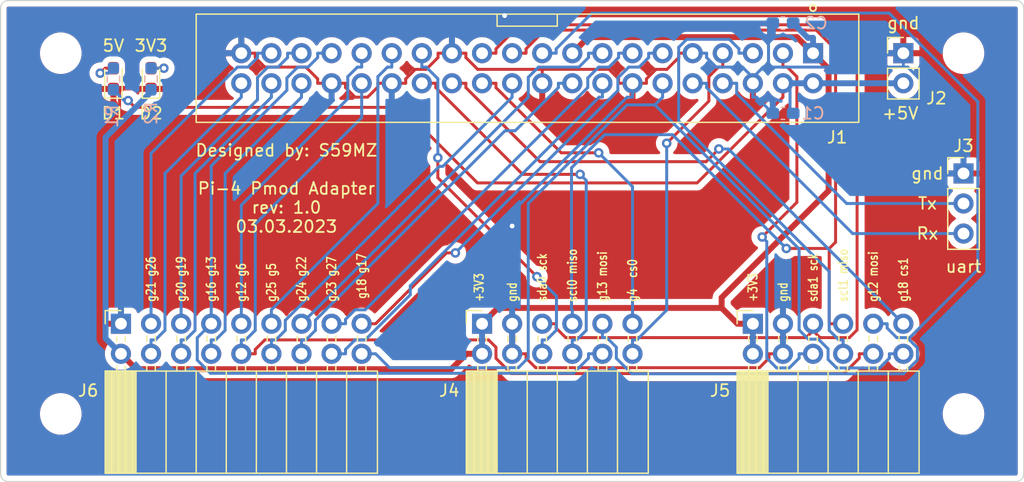
<source format=kicad_pcb>
(kicad_pcb (version 20221018) (generator pcbnew)
  (title_block (title "Pi-4 PMOD Adapter") (date "2023-03-03") (rev "1.0") (company "S59MZ") (comment 1 "Raspbery Pi-4 Adapter for Pmod modules"))
  (layers (0 "F.Cu" signal) (31 "B.Cu" signal) (34 "B.Paste" user) (35 "F.Paste" user) (36 "B.SilkS" user "B.Silkscreen") (37 "F.SilkS" user "F.Silkscreen") (38 "B.Mask" user) (39 "F.Mask" user) (44 "Edge.Cuts" user))
  (net 0 "")
  (net 1 "+5V")
  (net 2 "GND")
  (net 3 "+3V3")
  (net 4 "Net-(D1-Pad2)")
  (net 5 "Net-(D2-Pad2)")
  (net 6 "/sda1")
  (net 7 "/scl1")
  (net 8 "/gpio4")
  (net 9 "/uart_tx")
  (net 10 "/uart_rx")
  (net 11 "/gpio17")
  (net 12 "/gpio18")
  (net 13 "/gpio27")
  (net 14 "/gpio22")
  (net 15 "/gpio23")
  (net 16 "/gpio24")
  (net 17 "/mosi")
  (net 18 "/miso")
  (net 19 "/gpio25")
  (net 20 "/sck")
  (net 21 "/cs0")
  (net 22 "/cs1")
  (net 23 "/sda0")
  (net 24 "/scl0")
  (net 25 "/gpio5")
  (net 26 "/gpio6")
  (net 27 "/gpio12")
  (net 28 "/gpio13")
  (net 29 "/gpio19")
  (net 30 "/gpio16")
  (net 31 "/gpio26")
  (net 32 "/gpio20")
  (net 33 "/gpio21")
  (footprint "Connector_PinSocket_2.54mm:PinSocket_2x06_P2.54mm_Horizontal" (layer "F.Cu") (at 137.16 68.58 90)
    (fp_text reference "J4")
    (fp_text value "pmod 1")
  )
  (footprint "Connector_PinSocket_2.54mm:PinSocket_2x06_P2.54mm_Horizontal" (layer "F.Cu") (at 160.02 68.58 90)
    (fp_text reference "J5")
    (fp_text value "pmod 2")
  )
  (footprint "Library:PinHeader_2x20_P2.54mm_Vertical" (layer "F.Cu") (at 165.1 45.72 -90)
    (fp_text reference "J1")
    (fp_text value "Pi-4 IO Extension")
  )
  (footprint "LED_SMD:LED_0603_1608Metric_Pad1.05x0.95mm_HandSolder" (layer "F.Cu") (at 109.22 47.865 90)
    (fp_text reference "D2")
    (fp_text value "green")
  )
  (footprint "Connector_PinSocket_2.54mm:PinSocket_2x09_P2.54mm_Horizontal" (layer "F.Cu") (at 106.68 68.58 90)
    (fp_text reference "J6")
    (fp_text value "camera")
  )
  (footprint "Connector_PinHeader_2.54mm:PinHeader_1x02_P2.54mm_Vertical" (layer "F.Cu") (at 172.72 45.72)
    (fp_text reference "J2")
    (fp_text value "5V")
  )
  (footprint "MountingHole:MountingHole_2.5mm" (layer "F.Cu") (at 101.6 45.72)
    (fp_text reference "H1" hide)
    (fp_text value "2.5")
  )
  (footprint "MountingHole:MountingHole_2.5mm" (layer "F.Cu") (at 177.8 45.72)
    (fp_text reference "H2" hide)
    (fp_text value "2.5")
  )
  (footprint "MountingHole:MountingHole_2.5mm" (layer "F.Cu") (at 177.8 76.2)
    (fp_text reference "H3" hide)
    (fp_text value "2.5")
  )
  (footprint "LED_SMD:LED_0603_1608Metric_Pad1.05x0.95mm_HandSolder" (layer "F.Cu") (at 106.045 47.865 90)
    (fp_text reference "D1")
    (fp_text value "red")
  )
  (footprint "MountingHole:MountingHole_2.5mm" (layer "F.Cu") (at 101.6 76.2)
    (fp_text reference "H4" hide)
    (fp_text value "2.5")
  )
  (footprint "Connector_PinHeader_2.54mm:PinHeader_1x03_P2.54mm_Vertical" (layer "F.Cu") (at 177.8 55.88)
    (fp_text reference "J3")
    (fp_text value "uart")
  )
  (footprint "Resistor_SMD:R_0603_1608Metric_Pad0.98x0.95mm_HandSolder" (layer "B.Cu") (at 106.045 47.9025 90)
    (fp_text reference "R1")
    (fp_text value "470E")
  )
  (footprint "Capacitor_SMD:C_0603_1608Metric_Pad1.08x0.95mm_HandSolder" (layer "B.Cu") (at 162.56 50.8 180)
    (fp_text reference "C1")
    (fp_text value "100n")
  )
  (footprint "Capacitor_SMD:C_0603_1608Metric_Pad1.08x0.95mm_HandSolder" (layer "B.Cu") (at 162.56 43.18 180)
    (fp_text reference "C2")
    (fp_text value "100n")
  )
  (footprint "Resistor_SMD:R_0603_1608Metric_Pad0.98x0.95mm_HandSolder" (layer "B.Cu") (at 109.22 47.9025 90)
    (fp_text reference "R2")
    (fp_text value "330E")
  )
  (gr_circle (center 165.1 41.91) (end 165.1 41.656) (stroke (width 0.15)) (fill none) (layer "F.SilkS"))
  (gr_arc (start 182.245 41.275) (mid 182.694013 41.460987) (end 182.88 41.91) (stroke (width 0.1)) (layer "Edge.Cuts"))
  (gr_arc (start 96.52 41.91) (mid 96.705987 41.460987) (end 97.155 41.275) (stroke (width 0.1)) (layer "Edge.Cuts"))
  (gr_line (start 97.155 81.915) (end 182.245 81.915) (stroke (width 0.1)) (layer "Edge.Cuts"))
  (gr_arc (start 97.155 81.915) (mid 96.705987 81.729013) (end 96.52 81.28) (stroke (width 0.1)) (layer "Edge.Cuts"))
  (gr_arc (start 182.88 81.28) (mid 182.694013 81.729013) (end 182.245 81.915) (stroke (width 0.1)) (layer "Edge.Cuts"))
  (gr_line (start 182.88 81.28) (end 182.88 41.91) (stroke (width 0.1)) (layer "Edge.Cuts"))
  (gr_line (start 182.245 41.275) (end 97.155 41.275) (stroke (width 0.1)) (layer "Edge.Cuts"))
  (gr_line (start 96.52 81.28) (end 96.52 41.91) (stroke (width 0.1)) (layer "Edge.Cuts"))
  (gr_text "g21 g26" (at 109.22 66.802 90) (layer "F.SilkS") (effects (font (size 0.75 0.6) (thickness 0.125)) (justify left)))
  (gr_text "g18 cs1" (at 172.72 66.802 90) (layer "F.SilkS") (effects (font (size 0.75 0.6) (thickness 0.125)) (justify left)))
  (gr_text "+3V3" (at 136.906 66.802 90) (layer "F.SilkS") (effects (font (size 0.75 0.6) (thickness 0.125)) (justify left)))
  (gr_text "scl0 miso" (at 144.78 66.802 90) (layer "F.SilkS") (effects (font (size 0.75 0.6) (thickness 0.125)) (justify left)))
  (gr_text "g12 g6" (at 116.84 66.802 90) (layer "F.SilkS") (effects (font (size 0.75 0.6) (thickness 0.125)) (justify left)))
  (gr_text "Designed by: S59MZ\n\nPi-4 Pmod Adapter\nrev: 1.0\n03.03.2023" (at 120.65 57.15) (layer "F.SilkS") (effects (font (size 1 1))))
  (gr_text "g18 g17" (at 127 66.548 90) (layer "F.SilkS") (effects (font (size 0.75 0.6) (thickness 0.125)) (justify left)))
  (gr_text "sda0 sck" (at 142.24 66.802 90) (layer "F.SilkS") (effects (font (size 0.75 0.6) (thickness 0.125)) (justify left)))
  (gr_text "g20 g19" (at 111.76 66.802 90) (layer "F.SilkS") (effects (font (size 0.75 0.6) (thickness 0.125)) (justify left)))
  (gr_text "+3V3" (at 160.02 66.802 90) (layer "F.SilkS") (effects (font (size 0.75 0.6) (thickness 0.125)) (justify left)))
  (gr_text "sda1 sck" (at 165.1 66.802 90) (layer "F.SilkS") (effects (font (size 0.75 0.6) (thickness 0.125)) (justify left)))
  (gr_text "g16 g13" (at 114.3 66.802 90) (layer "F.SilkS") (effects (font (size 0.75 0.6) (thickness 0.125)) (justify left)))
  (gr_text "g25 g5" (at 119.38 66.802 90) (layer "F.SilkS") (effects (font (size 0.75 0.6) (thickness 0.125)) (justify left)))
  (gr_text "g13 mosi" (at 147.32 66.802 90) (layer "F.SilkS") (effects (font (size 0.75 0.6) (thickness 0.125)) (justify left)))
  (gr_text "gnd" (at 139.7 66.802 90) (layer "F.SilkS") (effects (font (size 0.75 0.6) (thickness 0.125)) (justify left)))
  (gr_text "g23 g27" (at 124.46 66.802 90) (layer "F.SilkS") (effects (font (size 0.75 0.6) (thickness 0.125)) (justify left)))
  (gr_text "gnd" (at 162.56 66.802 90) (layer "F.SilkS") (effects (font (size 0.75 0.6) (thickness 0.125)) (justify left)))
  (gr_text "g4  cs0" (at 149.86 66.802 90) (layer "F.SilkS") (effects (font (size 0.75 0.6) (thickness 0.125)) (justify left)))
  (gr_text "scl1 miso" (at 167.64 66.802 90) (layer "F.SilkS") (effects (font (size 0.75 0.6) (thickness 0.125)) (justify left)))
  (gr_text "g24 g22" (at 121.92 66.802 90) (layer "F.SilkS") (effects (font (size 0.75 0.6) (thickness 0.125)) (justify left)))
  (gr_text "g12 mosi" (at 170.18 66.802 90) (layer "F.SilkS") (effects (font (size 0.75 0.6) (thickness 0.125)) (justify left)))
  (segment (start 107.2886 49.7224) (end 107.8624 50.2962) (width 0.25) (layer "F.Cu") (net 1))
  (segment (start 136.7737 56.6818) (end 155.3135 56.6818) (width 0.25) (layer "F.Cu") (net 1))
  (segment (start 107.8624 50.2962) (end 130.3881 50.2962) (width 0.25) (layer "F.Cu") (net 1))
  (segment (start 162.56 48.26) (end 162.56 49.4353) (width 0.25) (layer "F.Cu") (net 1))
  (segment (start 130.3881 50.2962) (end 136.7737 56.6818) (width 0.25) (layer "F.Cu") (net 1))
  (segment (start 155.3135 56.6818) (end 162.56 49.4353) (width 0.25) (layer "F.Cu") (net 1))
  (via (at 107.2886 49.7224) (size 0.8) (drill 0.4) (layers "F.Cu" "B.Cu") (net 1))
  (segment (start 106.9524 49.7224) (end 106.045 48.815) (width 0.25) (layer "B.Cu") (net 1))
  (segment (start 165.1 48.26) (end 163.158 48.26) (width 0.5) (layer "B.Cu") (net 1))
  (segment (start 172.72 48.26) (end 165.1 48.26) (width 0.5) (layer "B.Cu") (net 1))
  (segment (start 107.2886 49.7224) (end 106.9524 49.7224) (width 0.25) (layer "B.Cu") (net 1))
  (segment (start 163.158 48.26) (end 163.158 50.5355) (width 0.25) (layer "B.Cu") (net 1))
  (segment (start 163.158 50.5355) (end 163.4225 50.8) (width 0.25) (layer "B.Cu") (net 1))
  (segment (start 163.158 48.26) (end 162.56 48.26) (width 0.5) (layer "B.Cu") (net 1))
  (segment (start 130.7153 48.26) (end 130.7153 47.8926) (width 0.25) (layer "F.Cu") (net 2))
  (segment (start 128.3647 48.26) (end 128.3647 48.5701) (width 0.25) (layer "F.Cu") (net 2))
  (segment (start 125.6353 48.6274) (end 125.6353 48.26) (width 0.25) (layer "F.Cu") (net 2))
  (segment (start 149.86 48.26) (end 151.0353 48.26) (width 0.25) (layer "F.Cu") (net 2))
  (segment (start 152.7674 47.0847) (end 151.8432 47.0847) (width 0.25) (layer "F.Cu") (net 2))
  (segment (start 129.54 48.26) (end 130.7153 48.26) (width 0.25) (layer "F.Cu") (net 2))
  (segment (start 161.3847 71.4874) (end 161.3847 71.12) (width 0.25) (layer "F.Cu") (net 2))
  (segment (start 109.22 48.74) (end 106.5633 48.74) (width 0.25) (layer "F.Cu") (net 2))
  (segment (start 139.7 71.12) (end 140.8753 71.12) (width 0.25) (layer "F.Cu") (net 2))
  (segment (start 142.24 48.26) (end 142.24 47.1973) (width 0.25) (layer "F.Cu") (net 2))
  (segment (start 140.8753 71.4873) (end 141.6833 72.2953) (width 0.25) (layer "F.Cu") (net 2))
  (segment (start 115.6647 45.72) (end 112.6447 48.74) (width 0.25) (layer "F.Cu") (net 2))
  (segment (start 112.6447 48.74) (end 109.22 48.74) (width 0.25) (layer "F.Cu") (net 2))
  (segment (start 148.6847 47.8926) (end 148.6847 48.26) (width 0.25) (layer "F.Cu") (net 2))
  (segment (start 123.2847 47.8926) (end 122.2874 46.8953) (width 0.25) (layer "F.Cu") (net 2))
  (segment (start 133.4447 46.0874) (end 133.4447 45.72) (width 0.25) (layer "F.Cu") (net 2))
  (segment (start 162.56 71.12) (end 161.3847 71.12) (width 0.25) (layer "F.Cu") (net 2))
  (segment (start 106.5633 48.74) (end 106.5633 67.288) (width 0.25) (layer "F.Cu") (net 2))
  (segment (start 131.5232 47.0847) (end 132.4474 47.0847) (width 0.25) (layer "F.Cu") (net 2))
  (segment (start 160.5768 72.2953) (end 161.3847 71.4874) (width 0.25) (layer "F.Cu") (net 2))
  (segment (start 106.5633 48.74) (end 106.045 48.74) (width 0.25) (layer "F.Cu") (net 2))
  (segment (start 124.46 48.26) (end 123.2847 48.26) (width 0.25) (layer "F.Cu") (net 2))
  (segment (start 136.7927 47.0847) (end 135.7953 46.0873) (width 0.25) (layer "F.Cu") (net 2))
  (segment (start 149.86 48.26) (end 148.6847 48.26) (width 0.25) (layer "F.Cu") (net 2))
  (segment (start 141.6833 72.2953) (end 160.5768 72.2953) (width 0.25) (layer "F.Cu") (net 2))
  (segment (start 134.62 45.72) (end 135.7953 45.72) (width 0.25) (layer "F.Cu") (net 2))
  (segment (start 135.7953 46.0873) (end 135.7953 45.72) (width 0.25) (layer "F.Cu") (net 2))
  (segment (start 116.84 45.72) (end 115.6647 45.72) (width 0.25) (layer "F.Cu") (net 2))
  (segment (start 151.0353 47.8926) (end 151.0353 48.26) (width 0.25) (layer "F.Cu") (net 2))
  (segment (start 106.5633 67.288) (end 106.68 67.4047) (width 0.25) (layer "F.Cu") (net 2))
  (segment (start 126.4432 49.4353) (end 125.6353 48.6274) (width 0.25) (layer "F.Cu") (net 2))
  (segment (start 140.8753 71.12) (end 140.8753 71.4873) (width 0.25) (layer "F.Cu") (net 2))
  (segment (start 118.0153 46.0874) (end 118.0153 45.72) (width 0.25) (layer "F.Cu") (net 2))
  (segment (start 132.4474 47.0847) (end 133.4447 46.0874) (width 0.25) (layer "F.Cu") (net 2))
  (segment (start 122.2874 46.8953) (end 118.8232 46.8953) (width 0.25) (layer "F.Cu") (net 2))
  (segment (start 154.94 45.72) (end 153.7647 45.72) (width 0.25) (layer "F.Cu") (net 2))
  (segment (start 118.8232 46.8953) (end 118.0153 46.0874) (width 0.25) (layer "F.Cu") (net 2))
  (segment (start 142.24 47.1973) (end 142.24 47.0847) (width 0.25) (layer "F.Cu") (net 2))
  (segment (start 127.4995 49.4353) (end 126.4432 49.4353) (width 0.25) (layer "F.Cu") (net 2))
  (segment (start 153.7647 45.72) (end 153.7647 46.0874) (width 0.25) (layer "F.Cu") (net 2))
  (segment (start 142.24 47.0847) (end 147.8768 47.0847) (width 0.25) (layer "F.Cu") (net 2))
  (segment (start 153.7647 46.0874) (end 152.7674 47.0847) (width 0.25) (layer "F.Cu") (net 2))
  (segment (start 134.62 45.72) (end 133.4447 45.72) (width 0.25) (layer "F.Cu") (net 2))
  (segment (start 123.2847 48.26) (end 123.2847 47.8926) (width 0.25) (layer "F.Cu") (net 2))
  (segment (start 147.8768 47.0847) (end 148.6847 47.8926) (width 0.25) (layer "F.Cu") (net 2))
  (segment (start 128.9524 48.26) (end 128.3647 48.26) (width 0.25) (layer "F.Cu") (net 2))
  (segment (start 128.3647 48.5701) (end 127.4995 49.4353) (width 0.25) (layer "F.Cu") (net 2))
  (segment (start 124.46 48.26) (end 125.6353 48.26) (width 0.25) (layer "F.Cu") (net 2))
  (segment (start 116.84 45.72) (end 118.0153 45.72) (width 0.25) (layer "F.Cu") (net 2))
  (segment (start 129.54 48.26) (end 128.9524 48.26) (width 0.25) (layer "F.Cu") (net 2))
  (segment (start 106.68 68.58) (end 106.68 67.4047) (width 0.25) (layer "F.Cu") (net 2))
  (segment (start 151.8432 47.0847) (end 151.0353 47.8926) (width 0.25) (layer "F.Cu") (net 2))
  (segment (start 142.24 47.0847) (end 136.7927 47.0847) (width 0.25) (layer "F.Cu") (net 2))
  (segment (start 130.7153 47.8926) (end 131.5232 47.0847) (width 0.25) (layer "F.Cu") (net 2))
  (via (at 139.065 42.545) (size 0.8) (drill 0.4) (layers "F.Cu" "B.Cu") (net 2))
  (via (at 139.7 60.325) (size 0.8) (drill 0.4) (layers "F.Cu" "B.Cu") (net 2))
  (segment (start 159.1428 46.8953) (end 156.9232 46.8953) (width 0.25) (layer "B.Cu") (net 2))
  (segment (start 156.1153 46.0874) (end 156.1153 45.72) (width 0.25) (layer "B.Cu") (net 2))
  (segment (start 161.6975 50.8) (end 160.3328 49.4353) (width 0.25) (layer "B.Cu") (net 2))
  (segment (start 160.02 48.26) (end 160.02 47.7725) (width 0.25) (layer "B.Cu") (net 2))
  (segment (start 173.0873 46.8953) (end 172.72 46.8953) (width 0.25) (layer "B.Cu") (net 2))
  (segment (start 160.8972 46.8953) (end 161.3409 46.8953) (width 0.25) (layer "B.Cu") (net 2))
  (segment (start 160.02 47.7725) (end 159.1428 46.8953) (width 0.25) (layer "B.Cu") (net 2))
  (segment (start 161.3409 46.8953) (end 172.72 46.8953) (width 0.25) (layer "B.Cu") (net 2))
  (segment (start 139.7 59.1413) (end 139.7 60.325) (width 0.25) (layer "B.Cu") (net 2))
  (segment (start 149.406 49.4353) (end 139.7 59.1413) (width 0.25) (layer "B.Cu") (net 2))
  (segment (start 161.3409 43.5366) (end 161.6975 43.18) (width 0.25) (layer "B.Cu") (net 2))
  (segment (start 161.3409 46.8953) (end 161.3409 43.5366) (width 0.25) (layer "B.Cu") (net 2))
  (segment (start 139.7 71.12) (end 139.7 68.58) (width 0.25) (layer "B.Cu") (net 2))
  (segment (start 149.86 48.26) (end 149.86 49.4353) (width 0.25) (layer "B.Cu") (net 2))
  (segment (start 160.3328 49.4353) (end 160.02 49.4353) (width 0.25) (layer "B.Cu") (net 2))
  (segment (start 177.8 51.608) (end 173.0873 46.8953) (width 0.25) (layer "B.Cu") (net 2))
  (segment (start 139.7 60.325) (end 139.7 68.58) (width 0.25) (layer "B.Cu") (net 2))
  (segment (start 177.8 55.88) (end 177.8 51.608) (width 0.25) (layer "B.Cu") (net 2))
  (segment (start 156.9232 46.8953) (end 156.1153 46.0874) (width 0.25) (layer "B.Cu") (net 2))
  (segment (start 149.86 49.4353) (end 149.406 49.4353) (width 0.25) (layer "B.Cu") (net 2))
  (segment (start 154.94 45.72) (end 156.1153 45.72) (width 0.25) (layer "B.Cu") (net 2))
  (segment (start 160.02 48.26) (end 160.02 49.4353) (width 0.25) (layer "B.Cu") (net 2))
  (segment (start 172.72 45.72) (end 172.72 46.8953) (width 0.25) (layer "B.Cu") (net 2))
  (segment (start 160.02 47.7725) (end 160.8972 46.8953) (width 0.25) (layer "B.Cu") (net 2))
  (segment (start 162.56 71.12) (end 162.56 68.58) (width 0.25) (layer "B.Cu") (net 2))
  (segment (start 137.16 71.12) (end 135.8597 71.12) (width 0.5) (layer "F.Cu") (net 3))
  (segment (start 157.3861 67.2464) (end 138.4936 67.2464) (width 0.5) (layer "F.Cu") (net 3))
  (segment (start 146.1371 44.3629) (end 163.7429 44.3629) (width 0.5) (layer "F.Cu") (net 3))
  (segment (start 166.4138 47.0338) (end 166.4138 57.3413) (width 0.5) (layer "F.Cu") (net 3))
  (segment (start 138.4936 67.2464) (end 137.16 68.58) (width 0.5) (layer "F.Cu") (net 3))
  (segment (start 160.02 68.58) (end 158.7197 68.58) (width 0.5) (layer "F.Cu") (net 3))
  (segment (start 107.9803 72.4203) (end 134.5594 72.4203) (width 0.5) (layer "F.Cu") (net 3))
  (segment (start 157.3861 66.369) (end 157.3861 67.2464) (width 0.5) (layer "F.Cu") (net 3))
  (segment (start 165.1 45.72) (end 166.4138 47.0338) (width 0.5) (layer "F.Cu") (net 3))
  (segment (start 166.4138 57.3413) (end 157.3861 66.369) (width 0.5) (layer "F.Cu") (net 3))
  (segment (start 134.5594 72.4203) (end 135.8597 71.12) (width 0.5) (layer "F.Cu") (net 3))
  (segment (start 106.68 71.12) (end 107.9803 72.4203) (width 0.5) (layer "F.Cu") (net 3))
  (segment (start 144.78 45.72) (end 146.1371 44.3629) (width 0.5) (layer "F.Cu") (net 3))
  (segment (start 163.7429 44.3629) (end 165.1 45.72) (width 0.5) (layer "F.Cu") (net 3))
  (segment (start 158.7197 68.58) (end 157.3861 67.2464) (width 0.5) (layer "F.Cu") (net 3))
  (segment (start 160.02 71.12) (end 160.02 68.58) (width 0.5) (layer "B.Cu") (net 3))
  (segment (start 164.6622 44.4197) (end 163.4225 43.18) (width 0.5) (layer "B.Cu") (net 3))
  (segment (start 165.1 44.4197) (end 164.6622 44.4197) (width 0.5) (layer "B.Cu") (net 3))
  (segment (start 137.16 71.12) (end 137.16 68.58) (width 0.5) (layer "B.Cu") (net 3))
  (segment (start 106.68 71.12) (end 105.3796 69.8196) (width 0.5) (layer "B.Cu") (net 3))
  (segment (start 105.3796 52.834) (end 109.22 48.9936) (width 0.5) (layer "B.Cu") (net 3))
  (segment (start 105.3796 69.8196) (end 105.3796 52.834) (width 0.5) (layer "B.Cu") (net 3))
  (segment (start 165.1 45.72) (end 165.1 44.4197) (width 0.5) (layer "B.Cu") (net 3))
  (segment (start 109.22 48.9936) (end 109.22 48.815) (width 0.5) (layer "B.Cu") (net 3))
  (segment (start 106.045 46.99) (end 105.3481 46.99) (width 0.25) (layer "F.Cu") (net 4))
  (segment (start 105.3481 46.99) (end 104.9292 47.4089) (width 0.25) (layer "F.Cu") (net 4))
  (via (at 104.9292 47.4089) (size 0.8) (drill 0.4) (layers "F.Cu" "B.Cu") (net 4))
  (segment (start 104.9292 47.4089) (end 105.6261 47.4089) (width 0.25) (layer "B.Cu") (net 4))
  (segment (start 105.6261 47.4089) (end 106.045 46.99) (width 0.25) (layer "B.Cu") (net 4))
  (segment (start 109.22 46.99) (end 110.3024 46.99) (width 0.25) (layer "F.Cu") (net 5))
  (via (at 110.3024 46.99) (size 0.8) (drill 0.4) (layers "F.Cu" "B.Cu") (net 5))
  (segment (start 109.22 46.99) (end 110.3024 46.99) (width 0.25) (layer "B.Cu") (net 5))
  (segment (start 160.8056 61.2496) (end 163.7353 58.3199) (width 0.25) (layer "F.Cu") (net 6))
  (segment (start 163.7353 47.7032) (end 162.9274 46.8953) (width 0.25) (layer "F.Cu") (net 6))
  (segment (start 163.7353 58.3199) (end 163.7353 47.7032) (width 0.25) (layer "F.Cu") (net 6))
  (segment (start 162.56 45.72) (end 162.56 46.8953) (width 0.25) (layer "F.Cu") (net 6))
  (segment (start 162.9274 46.8953) (end 162.56 46.8953) (width 0.25) (layer "F.Cu") (net 6))
  (via (at 160.8056 61.2496) (size 0.8) (drill 0.4) (layers "F.Cu" "B.Cu") (net 6))
  (segment (start 165.1 71.12) (end 163.9247 71.12) (width 0.25) (layer "B.Cu") (net 6))
  (segment (start 163.099 72.313) (end 162.0233 72.313) (width 0.25) (layer "B.Cu") (net 6))
  (segment (start 163.9247 71.12) (end 163.9247 71.4873) (width 0.25) (layer "B.Cu") (net 6))
  (segment (start 161.1954 61.6394) (end 160.8056 61.2496) (width 0.25) (layer "B.Cu") (net 6))
  (segment (start 162.0233 72.313) (end 161.1954 71.4851) (width 0.25) (layer "B.Cu") (net 6))
  (segment (start 163.9247 71.4873) (end 163.099 72.313) (width 0.25) (layer "B.Cu") (net 6))
  (segment (start 161.1954 71.4851) (end 161.1954 61.6394) (width 0.25) (layer "B.Cu") (net 6))
  (segment (start 154.4365 44.5447) (end 158.0368 44.5447) (width 0.25) (layer "B.Cu") (net 7))
  (segment (start 153.7565 45.2247) (end 154.4365 44.5447) (width 0.25) (layer "B.Cu") (net 7))
  (segment (start 158.8447 45.3526) (end 158.8447 45.72) (width 0.25) (layer "B.Cu") (net 7))
  (segment (start 166.4647 64.1641) (end 153.7565 51.4559) (width 0.25) (layer "B.Cu") (net 7))
  (segment (start 166.4647 69.1368) (end 166.4647 64.1641) (width 0.25) (layer "B.Cu") (net 7))
  (segment (start 167.2726 69.9447) (end 166.4647 69.1368) (width 0.25) (layer "B.Cu") (net 7))
  (segment (start 167.64 71.12) (end 167.64 69.9447) (width 0.25) (layer "B.Cu") (net 7))
  (segment (start 167.64 69.9447) (end 167.2726 69.9447) (width 0.25) (layer "B.Cu") (net 7))
  (segment (start 158.0368 44.5447) (end 158.8447 45.3526) (width 0.25) (layer "B.Cu") (net 7))
  (segment (start 153.7565 51.4559) (end 153.7565 45.2247) (width 0.25) (layer "B.Cu") (net 7))
  (segment (start 160.02 45.72) (end 158.8447 45.72) (width 0.25) (layer "B.Cu") (net 7))
  (segment (start 156.3047 49.772) (end 156.3047 47.7032) (width 0.25) (layer "F.Cu") (net 8))
  (segment (start 156.3047 47.7032) (end 157.1126 46.8953) (width 0.25) (layer "F.Cu") (net 8))
  (segment (start 157.48 45.72) (end 157.48 46.8953) (width 0.25) (layer "F.Cu") (net 8))
  (segment (start 152.7448 53.3319) (end 156.3047 49.772) (width 0.25) (layer "F.Cu") (net 8))
  (segment (start 157.1126 46.8953) (end 157.48 46.8953) (width 0.25) (layer "F.Cu") (net 8))
  (via (at 152.7448 53.3319) (size 0.8) (drill 0.4) (layers "F.Cu" "B.Cu") (net 8))
  (segment (start 150.2273 69.9447) (end 152.7448 67.4272) (width 0.25) (layer "B.Cu") (net 8))
  (segment (start 149.86 71.12) (end 149.86 69.9447) (width 0.25) (layer "B.Cu") (net 8))
  (segment (start 152.7448 67.4272) (end 152.7448 53.3319) (width 0.25) (layer "B.Cu") (net 8))
  (segment (start 149.86 69.9447) (end 150.2273 69.9447) (width 0.25) (layer "B.Cu") (net 8))
  (segment (start 157.48 48.26) (end 158.6553 48.26) (width 0.25) (layer "B.Cu") (net 9))
  (segment (start 158.6553 49.1415) (end 158.6553 48.26) (width 0.25) (layer "B.Cu") (net 9))
  (segment (start 177.8 58.42) (end 167.9338 58.42) (width 0.25) (layer "B.Cu") (net 9))
  (segment (start 167.9338 58.42) (end 158.6553 49.1415) (width 0.25) (layer "B.Cu") (net 9))
  (segment (start 156.1153 48.6273) (end 156.1153 48.26) (width 0.25) (layer "B.Cu") (net 10))
  (segment (start 154.94 48.26) (end 156.1153 48.26) (width 0.25) (layer "B.Cu") (net 10))
  (segment (start 168.448 60.96) (end 156.1153 48.6273) (width 0.25) (layer "B.Cu") (net 10))
  (segment (start 177.8 60.96) (end 168.448 60.96) (width 0.25) (layer "B.Cu") (net 10))
  (segment (start 134.1611 62.5942) (end 134.9092 62.5942) (width 0.25) (layer "F.Cu") (net 11))
  (segment (start 128.1753 68.58) (end 134.1611 62.5942) (width 0.25) (layer "F.Cu") (net 11))
  (segment (start 127 68.58) (end 128.1753 68.58) (width 0.25) (layer "F.Cu") (net 11))
  (via (at 134.9092 62.5942) (size 0.8) (drill 0.4) (layers "F.Cu" "B.Cu") (net 11))
  (segment (start 152.4 45.72) (end 151.2247 45.72) (width 0.25) (layer "B.Cu") (net 11))
  (segment (start 151.2247 46.0874) (end 151.2247 45.72) (width 0.25) (layer "B.Cu") (net 11))
  (segment (start 148.6234 48.88) (end 148.6234 47.8124) (width 0.25) (layer "B.Cu") (net 11))
  (segment (start 148.6234 47.8124) (end 149.5405 46.8953) (width 0.25) (layer "B.Cu") (net 11))
  (segment (start 150.4168 46.8953) (end 151.2247 46.0874) (width 0.25) (layer "B.Cu") (net 11))
  (segment (start 149.5405 46.8953) (end 150.4168 46.8953) (width 0.25) (layer "B.Cu") (net 11))
  (segment (start 134.9092 62.5942) (end 148.6234 48.88) (width 0.25) (layer "B.Cu") (net 11))
  (segment (start 170.7139 72.3161) (end 171.5447 71.4853) (width 0.25) (layer "B.Cu") (net 12))
  (segment (start 165.5476 69.8834) (end 166.37 70.7058) (width 0.25) (layer "B.Cu") (net 12))
  (segment (start 141.0603 58.4179) (end 141.0603 71.4623) (width 0.25) (layer "B.Cu") (net 12))
  (segment (start 149.3925 50.0857) (end 141.0603 58.4179) (width 0.25) (layer "B.Cu") (net 12))
  (segment (start 151.7494 50.0857) (end 149.3925 50.0857) (width 0.25) (layer "B.Cu") (net 12))
  (segment (start 141.0603 71.4623) (end 140.2273 72.2953) (width 0.25) (layer "B.Cu") (net 12))
  (segment (start 127 71.12) (end 128.1753 71.12) (width 0.25) (layer "B.Cu") (net 12))
  (segment (start 164.7024 69.8834) (end 165.5476 69.8834) (width 0.25) (layer "B.Cu") (net 12))
  (segment (start 171.5447 71.4853) (end 171.5447 71.12) (width 0.25) (layer "B.Cu") (net 12))
  (segment (start 140.2273 72.2953) (end 129.3506 72.2953) (width 0.25) (layer "B.Cu") (net 12))
  (segment (start 152.4 49.4351) (end 151.7494 50.0857) (width 0.25) (layer "B.Cu") (net 12))
  (segment (start 166.37 71.6) (end 167.0861 72.3161) (width 0.25) (layer "B.Cu") (net 12))
  (segment (start 163.9246 69.1056) (end 164.7024 69.8834) (width 0.25) (layer "B.Cu") (net 12))
  (segment (start 152.4 48.26) (end 152.4 49.4351) (width 0.25) (layer "B.Cu") (net 12))
  (segment (start 163.9246 62.2609) (end 163.9246 69.1056) (width 0.25) (layer "B.Cu") (net 12))
  (segment (start 172.72 71.12) (end 171.5447 71.12) (width 0.25) (layer "B.Cu") (net 12))
  (segment (start 166.37 70.7058) (end 166.37 71.6) (width 0.25) (layer "B.Cu") (net 12))
  (segment (start 167.0861 72.3161) (end 170.7139 72.3161) (width 0.25) (layer "B.Cu") (net 12))
  (segment (start 151.7494 50.0857) (end 163.9246 62.2609) (width 0.25) (layer "B.Cu") (net 12))
  (segment (start 129.3506 72.2953) (end 128.1753 71.12) (width 0.25) (layer "B.Cu") (net 12))
  (segment (start 125.6353 68.58) (end 125.6353 68.2126) (width 0.25) (layer "B.Cu") (net 13))
  (segment (start 148.6847 46.0874) (end 148.6847 45.72) (width 0.25) (layer "B.Cu") (net 13))
  (segment (start 147.8768 46.8953) (end 148.6847 46.0874) (width 0.25) (layer "B.Cu") (net 13))
  (segment (start 146.0834 48.6216) (end 146.0834 47.8124) (width 0.25) (layer "B.Cu") (net 13))
  (segment (start 124.46 68.58) (end 125.6353 68.58) (width 0.25) (layer "B.Cu") (net 13))
  (segment (start 146.0834 47.8124) (end 147.0005 46.8953) (width 0.25) (layer "B.Cu") (net 13))
  (segment (start 127.3003 67.4047) (end 146.0834 48.6216) (width 0.25) (layer "B.Cu") (net 13))
  (segment (start 147.0005 46.8953) (end 147.8768 46.8953) (width 0.25) (layer "B.Cu") (net 13))
  (segment (start 126.4432 67.4047) (end 127.3003 67.4047) (width 0.25) (layer "B.Cu") (net 13))
  (segment (start 125.6353 68.2126) (end 126.4432 67.4047) (width 0.25) (layer "B.Cu") (net 13))
  (segment (start 149.86 45.72) (end 148.6847 45.72) (width 0.25) (layer "B.Cu") (net 13))
  (segment (start 141.0646 49.4354) (end 141.0646 47.7541) (width 0.25) (layer "B.Cu") (net 14))
  (segment (start 147.32 45.72) (end 146.1447 45.72) (width 0.25) (layer "B.Cu") (net 14))
  (segment (start 145.3368 46.8953) (end 146.1447 46.0874) (width 0.25) (layer "B.Cu") (net 14))
  (segment (start 121.92 68.58) (end 141.0646 49.4354) (width 0.25) (layer "B.Cu") (net 14))
  (segment (start 141.0646 47.7541) (end 141.9234 46.8953) (width 0.25) (layer "B.Cu") (net 14))
  (segment (start 141.9234 46.8953) (end 145.3368 46.8953) (width 0.25) (layer "B.Cu") (net 14))
  (segment (start 146.1447 46.0874) (end 146.1447 45.72) (width 0.25) (layer "B.Cu") (net 14))
  (segment (start 126.4432 69.9447) (end 125.6353 70.7526) (width 0.25) (layer "B.Cu") (net 15))
  (segment (start 125.6353 70.7526) (end 125.6353 71.12) (width 0.25) (layer "B.Cu") (net 15))
  (segment (start 127.2976 69.9447) (end 126.4432 69.9447) (width 0.25) (layer "B.Cu") (net 15))
  (segment (start 147.0424 49.4353) (end 131.1024 65.3753) (width 0.25) (layer "B.Cu") (net 15))
  (segment (start 131.1024 66.1399) (end 127.2976 69.9447) (width 0.25) (layer "B.Cu") (net 15))
  (segment (start 147.32 49.4353) (end 147.0424 49.4353) (width 0.25) (layer "B.Cu") (net 15))
  (segment (start 124.46 71.12) (end 125.6353 71.12) (width 0.25) (layer "B.Cu") (net 15))
  (segment (start 131.1024 65.3753) (end 131.1024 66.1399) (width 0.25) (layer "B.Cu") (net 15))
  (segment (start 147.32 48.26) (end 147.32 49.4353) (width 0.25) (layer "B.Cu") (net 15))
  (segment (start 122.2874 69.9447) (end 123.0953 69.1368) (width 0.25) (layer "B.Cu") (net 16))
  (segment (start 139.1003 52.27) (end 139.9621 52.27) (width 0.25) (layer "B.Cu") (net 16))
  (segment (start 144.78 48.26) (end 143.6047 48.26) (width 0.25) (layer "B.Cu") (net 16))
  (segment (start 121.92 71.12) (end 121.92 69.9447) (width 0.25) (layer "B.Cu") (net 16))
  (segment (start 123.0953 68.275) (end 139.1003 52.27) (width 0.25) (layer "B.Cu") (net 16))
  (segment (start 121.92 69.9447) (end 122.2874 69.9447) (width 0.25) (layer "B.Cu") (net 16))
  (segment (start 143.6047 48.6274) (end 143.6047 48.26) (width 0.25) (layer "B.Cu") (net 16))
  (segment (start 123.0953 69.1368) (end 123.0953 68.275) (width 0.25) (layer "B.Cu") (net 16))
  (segment (start 139.9621 52.27) (end 143.6047 48.6274) (width 0.25) (layer "B.Cu") (net 16))
  (segment (start 172.7394 72.8112) (end 149.8055 72.8112) (width 0.25) (layer "B.Cu") (net 17))
  (segment (start 173.1541 69.8633) (end 179.0101 64.0073) (width 0.25) (layer "B.Cu") (net 17))
  (segment (start 143.4153 45.3527) (end 143.4153 45.72) (width 0.25) (layer "B.Cu") (net 17))
  (segment (start 148.4953 70.5632) (end 147.6874 69.7553) (width 0.25) (layer "B.Cu") (net 17))
  (segment (start 179.0101 64.0073) (end 179.0101 49.8218) (width 0.25) (layer "B.Cu") (net 17))
  (segment (start 171.5179 42.3296) (end 146.4384 42.3296) (width 0.25) (layer "B.Cu") (net 17))
  (segment (start 179.0101 49.8218) (end 171.5179 42.3296) (width 0.25) (layer "B.Cu") (net 17))
  (segment (start 173.1541 69.8633) (end 173.9104 70.6197) (width 0.25) (layer "B.Cu") (net 17))
  (segment (start 171.3553 68.58) (end 171.3553 68.9474) (width 0.25) (layer "B.Cu") (net 17))
  (segment (start 149.8055 72.8112) (end 148.4953 71.501) (width 0.25) (layer "B.Cu") (net 17))
  (segment (start 171.3553 68.9474) (end 172.1632 69.7553) (width 0.25) (layer "B.Cu") (net 17))
  (segment (start 173.9104 71.6402) (end 172.7394 72.8112) (width 0.25) (layer "B.Cu") (net 17))
  (segment (start 148.4953 71.501) (end 148.4953 70.5632) (width 0.25) (layer "B.Cu") (net 17))
  (segment (start 173.9104 70.6197) (end 173.9104 71.6402) (width 0.25) (layer "B.Cu") (net 17))
  (segment (start 142.24 45.72) (end 143.4153 45.72) (width 0.25) (layer "B.Cu") (net 17))
  (segment (start 147.6874 69.7553) (end 147.32 69.7553) (width 0.25) (layer "B.Cu") (net 17))
  (segment (start 173.046 69.7553) (end 173.1541 69.8633) (width 0.25) (layer "B.Cu") (net 17))
  (segment (start 146.4384 42.3296) (end 143.4153 45.3527) (width 0.25) (layer "B.Cu") (net 17))
  (segment (start 170.18 68.58) (end 171.3553 68.58) (width 0.25) (layer "B.Cu") (net 17))
  (segment (start 172.1632 69.7553) (end 173.046 69.7553) (width 0.25) (layer "B.Cu") (net 17))
  (segment (start 147.32 68.58) (end 147.32 69.7553) (width 0.25) (layer "B.Cu") (net 17))
  (segment (start 142.4576 43.7703) (end 165.365 43.7703) (width 0.25) (layer "F.Cu") (net 18))
  (segment (start 167.64 68.58) (end 166.4647 68.58) (width 0.25) (layer "F.Cu") (net 18))
  (segment (start 140.8753 45.3526) (end 142.4576 43.7703) (width 0.25) (layer "F.Cu") (net 18))
  (segment (start 165.365 43.7703) (end 167.0023 45.4076) (width 0.25) (layer "F.Cu") (net 18))
  (segment (start 167.0023 45.4076) (end 167.0023 61.6816) (width 0.25) (layer "F.Cu") (net 18))
  (segment (start 167.0023 61.6816) (end 166.4647 62.2192) (width 0.25) (layer "F.Cu") (net 18))
  (segment (start 139.7 45.72) (end 140.8753 45.72) (width 0.25) (layer "F.Cu") (net 18))
  (segment (start 140.8753 45.72) (end 140.8753 45.3526) (width 0.25) (layer "F.Cu") (net 18))
  (segment (start 166.4647 62.2192) (end 166.4647 68.58) (width 0.25) (layer "F.Cu") (net 18))
  (segment (start 166.4647 62.2192) (end 162.8454 62.2192) (width 0.25) (layer "F.Cu") (net 18))
  (via (at 162.8454 62.2192) (size 0.8) (drill 0.4) (layers "F.Cu" "B.Cu") (net 18))
  (segment (start 144.78 68.58) (end 144.78 67.4047) (width 0.25) (layer "B.Cu") (net 18))
  (segment (start 144.7124 55.4027) (end 144.7124 67.3371) (width 0.25) (layer "B.Cu") (net 18))
  (segment (start 153.2308 52.6046) (end 147.5105 52.6046) (width 0.25) (layer "B.Cu") (net 18))
  (segment (start 162.8454 62.2192) (end 153.2308 52.6046) (width 0.25) (layer "B.Cu") (net 18))
  (segment (start 147.5105 52.6046) (end 144.7124 55.4027) (width 0.25) (layer "B.Cu") (net 18))
  (segment (start 144.7124 67.3371) (end 144.78 67.4047) (width 0.25) (layer "B.Cu") (net 18))
  (segment (start 133.5556 55.2822) (end 133.8531 55.2822) (width 0.25) (layer "B.Cu") (net 19))
  (segment (start 120.5553 68.2825) (end 133.5556 55.2822) (width 0.25) (layer "B.Cu") (net 19))
  (segment (start 119.38 69.9447) (end 119.7474 69.9447) (width 0.25) (layer "B.Cu") (net 19))
  (segment (start 119.7474 69.9447) (end 120.5553 69.1368) (width 0.25) (layer "B.Cu") (net 19))
  (segment (start 139.7 48.26) (end 139.7 49.4353) (width 0.25) (layer "B.Cu") (net 19))
  (segment (start 133.8531 55.2822) (end 139.7 49.4353) (width 0.25) (layer "B.Cu") (net 19))
  (segment (start 119.38 71.12) (end 119.38 69.9447) (width 0.25) (layer "B.Cu") (net 19))
  (segment (start 120.5553 69.1368) (end 120.5553 68.2825) (width 0.25) (layer "B.Cu") (net 19))
  (segment (start 165.1 69.1676) (end 164.5123 69.7553) (width 0.25) (layer "F.Cu") (net 20))
  (segment (start 164.5123 69.7553) (end 144.2232 69.7553) (width 0.25) (layer "F.Cu") (net 20))
  (segment (start 165.6878 69.7554) (end 168.1656 69.7554) (width 0.25) (layer "F.Cu") (net 20))
  (segment (start 168.1656 69.7554) (end 168.8169 69.1041) (width 0.25) (layer "F.Cu") (net 20))
  (segment (start 165.1 69.1676) (end 165.6878 69.7554) (width 0.25) (layer "F.Cu") (net 20))
  (segment (start 142.24 68.58) (end 143.4153 68.58) (width 0.25) (layer "F.Cu") (net 20))
  (segment (start 168.8169 46.5853) (end 165.5516 43.32) (width 0.25) (layer "F.Cu") (net 20))
  (segment (start 165.5516 43.32) (end 140.368 43.32) (width 0.25) (layer "F.Cu") (net 20))
  (segment (start 144.2232 69.7553) (end 143.4153 68.9474) (width 0.25) (layer "F.Cu") (net 20))
  (segment (start 165.1 68.58) (end 165.1 69.1676) (width 0.25) (layer "F.Cu") (net 20))
  (segment (start 143.4153 68.9474) (end 143.4153 68.58) (width 0.25) (layer "F.Cu") (net 20))
  (segment (start 140.368 43.32) (end 138.3353 45.3527) (width 0.25) (layer "F.Cu") (net 20))
  (segment (start 137.16 45.72) (end 138.3353 45.72) (width 0.25) (layer "F.Cu") (net 20))
  (segment (start 138.3353 45.3527) (end 138.3353 45.72) (width 0.25) (layer "F.Cu") (net 20))
  (segment (start 168.8169 69.1041) (end 168.8169 46.5853) (width 0.25) (layer "F.Cu") (net 20))
  (segment (start 147.0026 54.1382) (end 143.8461 54.1382) (width 0.25) (layer "F.Cu") (net 21))
  (segment (start 143.8461 54.1382) (end 138.3353 48.6274) (width 0.25) (layer "F.Cu") (net 21))
  (segment (start 138.3353 48.6274) (end 138.3353 48.26) (width 0.25) (layer "F.Cu") (net 21))
  (segment (start 137.16 48.26) (end 138.3353 48.26) (width 0.25) (layer "F.Cu") (net 21))
  (via (at 147.0026 54.1382) (size 0.8) (drill 0.4) (layers "F.Cu" "B.Cu") (net 21))
  (segment (start 149.86 56.9956) (end 147.0026 54.1382) (width 0.25) (layer "B.Cu") (net 21))
  (segment (start 149.86 68.58) (end 149.86 56.9956) (width 0.25) (layer "B.Cu") (net 21))
  (segment (start 135.7953 48.26) (end 135.7953 48.6273) (width 0.25) (layer "F.Cu") (net 22))
  (segment (start 134.62 48.26) (end 135.7953 48.26) (width 0.25) (layer "F.Cu") (net 22))
  (segment (start 142.0518 54.8838) (end 156.0782 54.8838) (width 0.25) (layer "F.Cu") (net 22))
  (segment (start 156.0782 54.8838) (end 157.1484 53.8136) (width 0.25) (layer "F.Cu") (net 22))
  (segment (start 135.7953 48.6273) (end 142.0518 54.8838) (width 0.25) (layer "F.Cu") (net 22))
  (via (at 157.1484 53.8136) (size 0.8) (drill 0.4) (layers "F.Cu" "B.Cu") (net 22))
  (segment (start 172.72 68.58) (end 157.9536 53.8136) (width 0.25) (layer "B.Cu") (net 22))
  (segment (start 157.9536 53.8136) (end 157.1484 53.8136) (width 0.25) (layer "B.Cu") (net 22))
  (segment (start 141.7887 64.6021) (end 133.4285 56.2419) (width 0.25) (layer "F.Cu") (net 23))
  (segment (start 133.4285 56.2419) (end 133.4285 54.5569) (width 0.25) (layer "F.Cu") (net 23))
  (via (at 141.7887 64.6021) (size 0.8) (drill 0.4) (layers "F.Cu" "B.Cu") (net 23))
  (via (at 133.4285 54.5569) (size 0.8) (drill 0.4) (layers "F.Cu" "B.Cu") (net 23))
  (segment (start 142.24 71.12) (end 142.24 69.9447) (width 0.25) (layer "B.Cu") (net 23))
  (segment (start 133.4285 54.5569) (end 133.4285 47.8765) (width 0.25) (layer "B.Cu") (net 23))
  (segment (start 132.08 45.72) (end 132.08 46.8953) (width 0.25) (layer "B.Cu") (net 23))
  (segment (start 132.4473 46.8953) (end 132.08 46.8953) (width 0.25) (layer "B.Cu") (net 23))
  (segment (start 142.24 69.9447) (end 142.6073 69.9447) (width 0.25) (layer "B.Cu") (net 23))
  (segment (start 143.4413 69.1107) (end 143.4413 66.2547) (width 0.25) (layer "B.Cu") (net 23))
  (segment (start 143.4413 66.2547) (end 141.7887 64.6021) (width 0.25) (layer "B.Cu") (net 23))
  (segment (start 133.4285 47.8765) (end 132.4473 46.8953) (width 0.25) (layer "B.Cu") (net 23))
  (segment (start 142.6073 69.9447) (end 143.4413 69.1107) (width 0.25) (layer "B.Cu") (net 23))
  (segment (start 133.2553 48.6273) (end 140.5845 55.9565) (width 0.25) (layer "F.Cu") (net 24))
  (segment (start 133.2553 48.26) (end 133.2553 48.6273) (width 0.25) (layer "F.Cu") (net 24))
  (segment (start 140.5845 55.9565) (end 145.4377 55.9565) (width 0.25) (layer "F.Cu") (net 24))
  (segment (start 132.08 48.26) (end 133.2553 48.26) (width 0.25) (layer "F.Cu") (net 24))
  (via (at 145.4377 55.9565) (size 0.8) (drill 0.4) (layers "F.Cu" "B.Cu") (net 24))
  (segment (start 145.9553 69.1367) (end 145.9553 56.4741) (width 0.25) (layer "B.Cu") (net 24))
  (segment (start 144.78 69.9447) (end 145.1473 69.9447) (width 0.25) (layer "B.Cu") (net 24))
  (segment (start 145.1473 69.9447) (end 145.9553 69.1367) (width 0.25) (layer "B.Cu") (net 24))
  (segment (start 145.9553 56.4741) (end 145.4377 55.9565) (width 0.25) (layer "B.Cu") (net 24))
  (segment (start 144.78 71.12) (end 144.78 69.9447) (width 0.25) (layer "B.Cu") (net 24))
  (segment (start 129.54 45.72) (end 129.54 46.8953) (width 0.25) (layer "B.Cu") (net 25))
  (segment (start 128.3647 47.7032) (end 129.1726 46.8953) (width 0.25) (layer "B.Cu") (net 25))
  (segment (start 119.38 67.4047) (end 128.3647 58.42) (width 0.25) (layer "B.Cu") (net 25))
  (segment (start 128.3647 58.42) (end 128.3647 47.7032) (width 0.25) (layer "B.Cu") (net 25))
  (segment (start 119.38 68.58) (end 119.38 67.4047) (width 0.25) (layer "B.Cu") (net 25))
  (segment (start 129.1726 46.8953) (end 129.54 46.8953) (width 0.25) (layer "B.Cu") (net 25))
  (segment (start 126.6326 46.8953) (end 127 46.8953) (width 0.25) (layer "B.Cu") (net 26))
  (segment (start 125.8247 47.7032) (end 126.6326 46.8953) (width 0.25) (layer "B.Cu") (net 26))
  (segment (start 116.84 58.5524) (end 125.8247 49.5677) (width 0.25) (layer "B.Cu") (net 26))
  (segment (start 127 45.72) (end 127 46.8953) (width 0.25) (layer "B.Cu") (net 26))
  (segment (start 116.84 68.58) (end 116.84 58.5524) (width 0.25) (layer "B.Cu") (net 26))
  (segment (start 125.8247 49.5677) (end 125.8247 47.7032) (width 0.25) (layer "B.Cu") (net 26))
  (segment (start 118.8232 69.9447) (end 118.0153 70.7526) (width 0.25) (layer "F.Cu") (net 27))
  (segment (start 138.3354 71.5011) (end 138.3354 70.5723) (width 0.25) (layer "F.Cu") (net 27))
  (segment (start 118.0153 70.7526) (end 118.0153 71.12) (width 0.25) (layer "F.Cu") (net 27))
  (segment (start 137.7078 69.9447) (end 118.8232 69.9447) (width 0.25) (layer "F.Cu") (net 27))
  (segment (start 116.84 71.12) (end 118.0153 71.12) (width 0.25) (layer "F.Cu") (net 27))
  (segment (start 139.6274 72.7931) (end 138.3354 71.5011) (width 0.25) (layer "F.Cu") (net 27))
  (segment (start 169.0047 71.12) (end 169.0047 71.4873) (width 0.25) (layer "F.Cu") (net 27))
  (segment (start 138.3354 70.5723) (end 137.7078 69.9447) (width 0.25) (layer "F.Cu") (net 27))
  (segment (start 169.0047 71.4873) (end 167.6989 72.7931) (width 0.25) (layer "F.Cu") (net 27))
  (segment (start 170.18 71.12) (end 169.0047 71.12) (width 0.25) (layer "F.Cu") (net 27))
  (segment (start 167.6989 72.7931) (end 139.6274 72.7931) (width 0.25) (layer "F.Cu") (net 27))
  (segment (start 116.84 71.12) (end 116.84 69.9447) (width 0.25) (layer "B.Cu") (net 27))
  (segment (start 118.0153 69.1368) (end 118.0153 60.1456) (width 0.25) (layer "B.Cu") (net 27))
  (segment (start 117.2074 69.9447) (end 118.0153 69.1368) (width 0.25) (layer "B.Cu") (net 27))
  (segment (start 127 51.1609) (end 127 48.26) (width 0.25) (layer "B.Cu") (net 27))
  (segment (start 118.0153 60.1456) (end 127 51.1609) (width 0.25) (layer "B.Cu") (net 27))
  (segment (start 116.84 69.9447) (end 117.2074 69.9447) (width 0.25) (layer "B.Cu") (net 27))
  (segment (start 113.1221 69.7579) (end 114.3 68.58) (width 0.25) (layer "B.Cu") (net 28))
  (segment (start 120.6834 47.8124) (end 121.6005 46.8953) (width 0.25) (layer "B.Cu") (net 28))
  (segment (start 113.1221 71.651) (end 113.1221 69.7579) (width 0.25) (layer "B.Cu") (net 28))
  (segment (start 146.1447 71.12) (end 146.1447 71.4873) (width 0.25) (layer "B.Cu") (net 28))
  (segment (start 124.46 45.72) (end 123.2847 45.72) (width 0.25) (layer "B.Cu") (net 28))
  (segment (start 123.2847 46.0874) (end 123.2847 45.72) (width 0.25) (layer "B.Cu") (net 28))
  (segment (start 144.8632 72.7688) (end 114.2399 72.7688) (width 0.25) (layer "B.Cu") (net 28))
  (segment (start 120.6834 48.8568) (end 120.6834 47.8124) (width 0.25) (layer "B.Cu") (net 28))
  (segment (start 122.4768 46.8953) (end 123.2847 46.0874) (width 0.25) (layer "B.Cu") (net 28))
  (segment (start 114.2399 72.7688) (end 113.1221 71.651) (width 0.25) (layer "B.Cu") (net 28))
  (segment (start 114.3 68.58) (end 114.3 55.2402) (width 0.25) (layer "B.Cu") (net 28))
  (segment (start 146.1447 71.4873) (end 144.8632 72.7688) (width 0.25) (layer "B.Cu") (net 28))
  (segment (start 114.3 55.2402) (end 120.6834 48.8568) (width 0.25) (layer "B.Cu") (net 28))
  (segment (start 147.32 71.12) (end 146.1447 71.12) (width 0.25) (layer "B.Cu") (net 28))
  (segment (start 121.6005 46.8953) (end 122.4768 46.8953) (width 0.25) (layer "B.Cu") (net 28))
  (segment (start 111.76 56.0892) (end 118.2046 49.6446) (width 0.25) (layer "B.Cu") (net 29))
  (segment (start 121.92 45.72) (end 120.7447 45.72) (width 0.25) (layer "B.Cu") (net 29))
  (segment (start 119.0799 46.8953) (end 119.9368 46.8953) (width 0.25) (layer "B.Cu") (net 29))
  (segment (start 111.76 68.58) (end 111.76 56.0892) (width 0.25) (layer "B.Cu") (net 29))
  (segment (start 118.2046 47.7706) (end 119.0799 46.8953) (width 0.25) (layer "B.Cu") (net 29))
  (segment (start 119.9368 46.8953) (end 120.7447 46.0874) (width 0.25) (layer "B.Cu") (net 29))
  (segment (start 118.2046 49.6446) (end 118.2046 47.7706) (width 0.25) (layer "B.Cu") (net 29))
  (segment (start 120.7447 46.0874) (end 120.7447 45.72) (width 0.25) (layer "B.Cu") (net 29))
  (segment (start 115.4753 69.1368) (end 115.4753 55.88) (width 0.25) (layer "B.Cu") (net 30))
  (segment (start 115.4753 55.88) (end 121.92 49.4353) (width 0.25) (layer "B.Cu") (net 30))
  (segment (start 121.92 48.26) (end 121.92 49.4353) (width 0.25) (layer "B.Cu") (net 30))
  (segment (start 114.6674 69.9447) (end 115.4753 69.1368) (width 0.25) (layer "B.Cu") (net 30))
  (segment (start 114.3 71.12) (end 114.3 69.9447) (width 0.25) (layer "B.Cu") (net 30))
  (segment (start 114.3 69.9447) (end 114.6674 69.9447) (width 0.25) (layer "B.Cu") (net 30))
  (segment (start 109.22 54.1835) (end 116.5082 46.8953) (width 0.25) (layer "B.Cu") (net 31))
  (segment (start 118.2047 46.0874) (end 118.2047 45.72) (width 0.25) (layer "B.Cu") (net 31))
  (segment (start 119.38 45.72) (end 118.2047 45.72) (width 0.25) (layer "B.Cu") (net 31))
  (segment (start 116.5082 46.8953) (end 117.3968 46.8953) (width 0.25) (layer "B.Cu") (net 31))
  (segment (start 117.3968 46.8953) (end 118.2047 46.0874) (width 0.25) (layer "B.Cu") (net 31))
  (segment (start 109.22 68.58) (end 109.22 54.1835) (width 0.25) (layer "B.Cu") (net 31))
  (segment (start 112.1274 69.9447) (end 112.9353 69.1368) (width 0.25) (layer "B.Cu") (net 32))
  (segment (start 112.9353 55.88) (end 119.38 49.4353) (width 0.25) (layer "B.Cu") (net 32))
  (segment (start 111.76 69.9447) (end 112.1274 69.9447) (width 0.25) (layer "B.Cu") (net 32))
  (segment (start 112.9353 69.1368) (end 112.9353 55.88) (width 0.25) (layer "B.Cu") (net 32))
  (segment (start 119.38 48.26) (end 119.38 49.4353) (width 0.25) (layer "B.Cu") (net 32))
  (segment (start 111.76 71.12) (end 111.76 69.9447) (width 0.25) (layer "B.Cu") (net 32))
  (segment (start 109.5874 69.9447) (end 110.3953 69.1368) (width 0.25) (layer "B.Cu") (net 33))
  (segment (start 116.84 48.26) (end 116.84 49.4353) (width 0.25) (layer "B.Cu") (net 33))
  (segment (start 109.22 69.9447) (end 109.5874 69.9447) (width 0.25) (layer "B.Cu") (net 33))
  (segment (start 109.22 71.12) (end 109.22 69.9447) (width 0.25) (layer "B.Cu") (net 33))
  (segment (start 110.3953 69.1368) (end 110.3953 55.88) (width 0.25) (layer "B.Cu") (net 33))
  (segment (start 110.3953 55.88) (end 116.84 49.4353) (width 0.25) (layer "B.Cu") (net 33))
  (zone (net 2) (net_name "GND") (layers "F&B.Cu") (connect_pads (clearance 0.508)) (min_thickness 0.254) (fill yes (thermal_gap 0.508) (thermal_bridge_width 0.508))
    (polygon (pts (xy 182.88 81.915) (xy 96.52 81.915) (xy 96.52 41.275) (xy 182.88 41.275)))
  )
)
</source>
